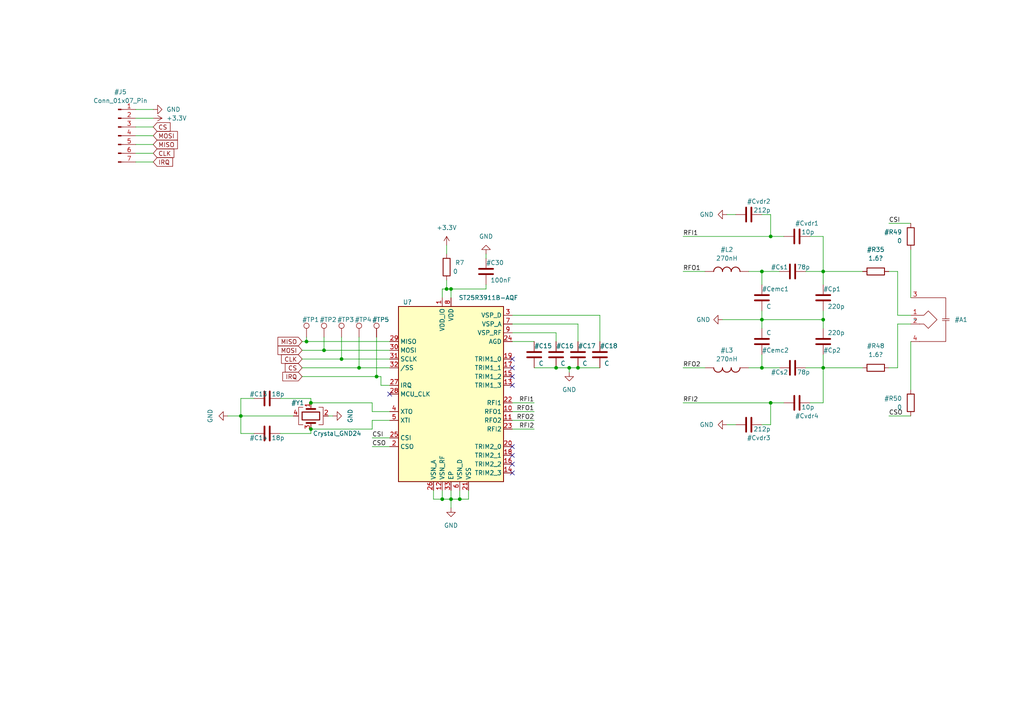
<source format=kicad_sch>
(kicad_sch (version 20230121) (generator eeschema)
  (paper "A4")
  (lib_symbols
    (symbol "Connector:Conn_01x07_Pin" (pin_names (offset 1.016) hide)
      (property "Reference" "J" (at 0 10.16 0))
      (property "Value" "Conn_01x07_Pin" (at 0 -10.16 0))
      (symbol "Conn_01x07_Pin_1_1"
        (polyline (pts (xy 1.27 -7.62) (xy 0.8636 -7.62)) (stroke (width 0.1524)))
        (polyline (pts (xy 1.27 -5.08) (xy 0.8636 -5.08)) (stroke (width 0.1524)))
        (polyline (pts (xy 1.27 -2.54) (xy 0.8636 -2.54)) (stroke (width 0.1524)))
        (polyline (pts (xy 1.27 0) (xy 0.8636 0)) (stroke (width 0.1524)))
        (polyline (pts (xy 1.27 2.54) (xy 0.8636 2.54)) (stroke (width 0.1524)))
        (polyline (pts (xy 1.27 5.08) (xy 0.8636 5.08)) (stroke (width 0.1524)))
        (polyline (pts (xy 1.27 7.62) (xy 0.8636 7.62)) (stroke (width 0.1524)))
        (rectangle (start 0.8636 -7.493) (end 0 -7.747) (stroke (width 0.1524)) (fill (type outline)))
        (rectangle (start 0.8636 -4.953) (end 0 -5.207) (stroke (width 0.1524)) (fill (type outline)))
        (rectangle (start 0.8636 -2.413) (end 0 -2.667) (stroke (width 0.1524)) (fill (type outline)))
        (rectangle (start 0.8636 0.127) (end 0 -0.127) (stroke (width 0.1524)) (fill (type outline)))
        (rectangle (start 0.8636 2.667) (end 0 2.413) (stroke (width 0.1524)) (fill (type outline)))
        (rectangle (start 0.8636 5.207) (end 0 4.953) (stroke (width 0.1524)) (fill (type outline)))
        (rectangle (start 0.8636 7.747) (end 0 7.493) (stroke (width 0.1524)) (fill (type outline)))
        (pin passive line (at 5.08 7.62 180) (length 3.81) (name "Pin_1") (number "1"))
        (pin passive line (at 5.08 5.08 180) (length 3.81) (name "Pin_2") (number "2"))
        (pin passive line (at 5.08 2.54 180) (length 3.81) (name "Pin_3") (number "3"))
        (pin passive line (at 5.08 0 180) (length 3.81) (name "Pin_4") (number "4"))
        (pin passive line (at 5.08 -2.54 180) (length 3.81) (name "Pin_5") (number "5"))
        (pin passive line (at 5.08 -5.08 180) (length 3.81) (name "Pin_6") (number "6"))
        (pin passive line (at 5.08 -7.62 180) (length 3.81) (name "Pin_7") (number "7"))
      )
    )
    (symbol "Connector:TestPoint" (pin_numbers hide) (pin_names (offset 0.762) hide)
      (property "Reference" "TP" (at 0 6.858 0))
      (property "Value" "TestPoint" (at 0 5.08 0))
      (symbol "TestPoint_0_1"
        (circle (center 0 3.302) (radius 0.762))
      )
      (symbol "TestPoint_1_1"
        (pin passive line (at 0 0 90) (length 2.54) (name "1") (number "1"))
      )
    )
    (symbol "Device:C" (pin_numbers hide) (pin_names (offset 0.254))
      (property "Reference" "C" (at 0.635 2.54 0))
      (property "Value" "C" (at 0.635 -2.54 0))
      (symbol "C_0_1"
        (polyline (pts (xy -2.032 -0.762) (xy 2.032 -0.762)) (stroke (width 0.508)))
        (polyline (pts (xy -2.032 0.762) (xy 2.032 0.762)) (stroke (width 0.508)))
      )
      (symbol "C_1_1"
        (pin passive line (at 0 3.81 270) (length 2.794) (name "~") (number "1"))
        (pin passive line (at 0 -3.81 90) (length 2.794) (name "~") (number "2"))
      )
    )
    (symbol "Device:Crystal_GND24" (pin_names (offset 1.016) hide)
      (property "Reference" "Y" (at 3.175 5.08 0))
      (property "Value" "Crystal_GND24" (at 3.175 3.175 0))
      (symbol "Crystal_GND24_0_1"
        (rectangle (start -1.143 2.54) (end 1.143 -2.54) (stroke (width 0.3048)))
        (polyline (pts (xy -2.54 0) (xy -2.032 0)))
        (polyline (pts (xy -2.032 -1.27) (xy -2.032 1.27)) (stroke (width 0.508)))
        (polyline (pts (xy 0 -3.81) (xy 0 -3.556)))
        (polyline (pts (xy 0 3.556) (xy 0 3.81)))
        (polyline (pts (xy 2.032 -1.27) (xy 2.032 1.27)) (stroke (width 0.508)))
        (polyline (pts (xy 2.032 0) (xy 2.54 0)))
        (polyline (pts (xy -2.54 -2.286) (xy -2.54 -3.556) (xy 2.54 -3.556) (xy 2.54 -2.286)))
        (polyline (pts (xy -2.54 2.286) (xy -2.54 3.556) (xy 2.54 3.556) (xy 2.54 2.286)))
      )
      (symbol "Crystal_GND24_1_1"
        (pin passive line (at -3.81 0 0) (length 1.27) (name "1") (number "1"))
        (pin passive line (at 0 5.08 270) (length 1.27) (name "2") (number "2"))
        (pin passive line (at 3.81 0 180) (length 1.27) (name "3") (number "3"))
        (pin passive line (at 0 -5.08 90) (length 1.27) (name "4") (number "4"))
      )
    )
    (symbol "Device:R" (pin_numbers hide) (pin_names (offset 0))
      (property "Reference" "R" (at 2.032 0 90))
      (property "Value" "R" (at 0 0 90))
      (symbol "R_0_1"
        (rectangle (start -1.016 -2.54) (end 1.016 2.54) (stroke (width 0.254)))
      )
      (symbol "R_1_1"
        (pin passive line (at 0 3.81 270) (length 1.27) (name "~") (number "1"))
        (pin passive line (at 0 -3.81 90) (length 1.27) (name "~") (number "2"))
      )
    )
    (symbol "RF_NFC:ST25R3911B-AQF"
      (property "Reference" "U" (at -13.97 26.67 0))
      (property "Value" "ST25R3911B-AQF" (at 10.16 26.67 0))
      (symbol "ST25R3911B-AQF_0_1"
        (rectangle (start -15.24 25.4) (end 15.24 -25.4) (stroke (width 0.254)) (fill (type background)))
      )
      (symbol "ST25R3911B-AQF_1_1"
        (pin power_in line (at -2.54 27.94 270) (length 2.54) (name "VDD_IO") (number "1"))
        (pin output line (at 17.78 -5.08 180) (length 2.54) (name "RFO1") (number "10"))
        (pin output line (at 17.78 -7.62 180) (length 2.54) (name "RFO2") (number "11"))
        (pin power_in line (at -2.54 -27.94 90) (length 2.54) (name "VSN_RF") (number "12"))
        (pin passive line (at 17.78 2.54 180) (length 2.54) (name "TRIM1_3") (number "13"))
        (pin passive line (at 17.78 -22.86 180) (length 2.54) (name "TRIM2_3") (number "14"))
        (pin passive line (at 17.78 5.08 180) (length 2.54) (name "TRIM1_2") (number "15"))
        (pin passive line (at 17.78 -20.32 180) (length 2.54) (name "TRIM2_2") (number "16"))
        (pin passive line (at 17.78 7.62 180) (length 2.54) (name "TRIM1_1") (number "17"))
        (pin passive line (at 17.78 -17.78 180) (length 2.54) (name "TRIM2_1") (number "18"))
        (pin passive line (at 17.78 10.16 180) (length 2.54) (name "TRIM1_0") (number "19"))
        (pin output line (at -17.78 -15.24 0) (length 2.54) (name "CSO") (number "2"))
        (pin passive line (at 17.78 -15.24 180) (length 2.54) (name "TRIM2_0") (number "20"))
        (pin power_in line (at 5.08 -27.94 90) (length 2.54) (name "VSS") (number "21"))
        (pin passive line (at 17.78 -2.54 180) (length 2.54) (name "RFI1") (number "22"))
        (pin passive line (at 17.78 -10.16 180) (length 2.54) (name "RFI2") (number "23"))
        (pin passive line (at 17.78 15.24 180) (length 2.54) (name "AGD") (number "24"))
        (pin passive line (at -17.78 -12.7 0) (length 2.54) (name "CSI") (number "25"))
        (pin power_in line (at -5.08 -27.94 90) (length 2.54) (name "VSN_A") (number "26"))
        (pin output line (at -17.78 2.54 0) (length 2.54) (name "IRQ") (number "27"))
        (pin output line (at -17.78 0 0) (length 2.54) (name "MCU_CLK") (number "28"))
        (pin output line (at -17.78 15.24 0) (length 2.54) (name "MISO") (number "29"))
        (pin power_out line (at 17.78 22.86 180) (length 2.54) (name "VSP_D") (number "3"))
        (pin input line (at -17.78 12.7 0) (length 2.54) (name "MOSI") (number "30"))
        (pin input line (at -17.78 10.16 0) (length 2.54) (name "SCLK") (number "31"))
        (pin input line (at -17.78 7.62 0) (length 2.54) (name "/SS") (number "32"))
        (pin power_in line (at 0 -27.94 90) (length 2.54) (name "EP") (number "33"))
        (pin output line (at -17.78 -5.08 0) (length 2.54) (name "XTO") (number "4"))
        (pin passive line (at -17.78 -7.62 0) (length 2.54) (name "XTI") (number "5"))
        (pin power_in line (at 2.54 -27.94 90) (length 2.54) (name "VSN_D") (number "6"))
        (pin power_out line (at 17.78 20.32 180) (length 2.54) (name "VSP_A") (number "7"))
        (pin power_in line (at 0 27.94 270) (length 2.54) (name "VDD") (number "8"))
        (pin power_out line (at 17.78 17.78 180) (length 2.54) (name "VSP_RF") (number "9"))
      )
    )
    (symbol "_GRZ_Passive:INDUCTOR" (pin_numbers hide) (pin_names (offset 0.254) hide)
      (property "Reference" "L" (at 2.54 1.27 0))
      (property "Value" "INDUCTOR" (at 2.54 -2.54 0))
      (symbol "INDUCTOR_1_1"
        (arc (start 0 -5.08) (mid 1.2645 -3.81) (end 0 -2.54) (stroke (width 0.254)))
        (arc (start 0 -2.54) (mid 1.2645 -1.27) (end 0 0) (stroke (width 0.254)))
        (arc (start 0 0) (mid 1.2645 1.27) (end 0 2.54) (stroke (width 0.254)))
        (pin passive line (at 0 5.08 270) (length 2.54) (name "~") (number "1"))
        (pin passive line (at 0 -7.62 90) (length 2.54) (name "~") (number "2"))
      )
    )
    (symbol "mySymbols:NFC_antenna"
      (property "Reference" "A" (at 3.556 8.128 0))
      (symbol "NFC_antenna_0_1"
        (polyline (pts (xy 7.874 -0.254) (xy 9.906 -0.254)))
        (polyline (pts (xy 7.874 0.254) (xy 9.906 0.254)))
        (polyline (pts (xy 1.27 -6.35) (xy 8.89 -6.35) (xy 8.89 -0.254)))
        (polyline (pts (xy 8.89 0.254) (xy 8.89 6.35) (xy 1.27 6.35)))
        (polyline (pts (xy 1.27 1.27) (xy 2.54 1.27) (xy 3.81 2.54) (xy 6.35 0) (xy 3.81 -2.54) (xy 2.54 -1.27) (xy 1.27 -1.27)))
      )
      (symbol "NFC_antenna_1_1"
        (pin input line (at -1.27 1.27 0) (length 2.54) (name "") (number "1"))
        (pin input line (at -1.27 -1.27 0) (length 2.54) (name "") (number "2"))
        (pin input line (at -1.27 6.35 0) (length 2.54) (name "") (number "3"))
        (pin input line (at -1.27 -6.35 0) (length 2.54) (name "") (number "4"))
      )
    )
    (symbol "power:+3.3V" (power) (pin_names (offset 0))
      (property "Value" "+3.3V" (at 0 3.556 0))
      (symbol "+3.3V_0_1"
        (polyline (pts (xy -0.762 1.27) (xy 0 2.54)))
        (polyline (pts (xy 0 0) (xy 0 2.54)))
        (polyline (pts (xy 0 2.54) (xy 0.762 1.27)))
      )
      (symbol "+3.3V_1_1"
        (pin power_in line (at 0 0 90) (length 0) hide (name "+3.3V") (number "1"))
      )
    )
    (symbol "power:GND" (power) (pin_names (offset 0))
      (property "Value" "GND" (at 0 -3.81 0))
      (symbol "GND_0_1"
        (polyline (pts (xy 0 0) (xy 0 -1.27) (xy 1.27 -1.27) (xy 0 -2.54) (xy -1.27 -1.27) (xy 0 -1.27)))
      )
      (symbol "GND_1_1"
        (pin power_in line (at 0 0 270) (length 0) hide (name "GND") (number "1"))
      )
    )
  )
  (junction (at 223.52 116.84))
  (junction (at 220.98 78.74))
  (junction (at 133.35 144.78))
  (junction (at 238.76 106.68))
  (junction (at 109.22 109.22))
  (junction (at 165.1 106.68))
  (junction (at 130.81 83.82))
  (junction (at 99.06 104.14))
  (junction (at 88.9 99.06))
  (junction (at 167.64 106.68))
  (junction (at 69.85 120.65))
  (junction (at 129.54 83.82))
  (junction (at 161.29 106.68))
  (junction (at 104.14 106.68))
  (junction (at 90.17 124.46))
  (junction (at 130.81 144.78))
  (junction (at 220.98 106.68))
  (junction (at 93.98 101.6))
  (junction (at 223.52 68.58))
  (junction (at 128.27 144.78))
  (junction (at 238.76 78.74))
  (junction (at 220.98 92.71))
  (junction (at 238.76 92.71))
  (junction (at 90.17 116.84))
  (no_connect (at 148.59 134.62))
  (no_connect (at 148.59 104.14))
  (no_connect (at 113.03 114.3))
  (no_connect (at 148.59 106.68))
  (no_connect (at 148.59 129.54))
  (no_connect (at 148.59 137.16))
  (no_connect (at 148.59 132.08))
  (no_connect (at 148.59 109.22))
  (no_connect (at 148.59 111.76))
  (wire (pts (xy 260.35 78.74) (xy 260.35 91.44)))
  (wire (pts (xy 257.81 64.77) (xy 264.16 64.77)))
  (wire (pts (xy 257.81 120.65) (xy 264.16 120.65)))
  (wire (pts (xy 39.37 39.37) (xy 44.45 39.37)))
  (wire (pts (xy 107.95 116.84) (xy 107.95 119.38)))
  (wire (pts (xy 220.98 62.23) (xy 223.52 62.23)))
  (wire (pts (xy 173.99 91.44) (xy 173.99 99.06)))
  (wire (pts (xy 129.54 81.28) (xy 129.54 83.82)))
  (wire (pts (xy 87.63 109.22) (xy 109.22 109.22)))
  (wire (pts (xy 90.17 124.46) (xy 107.95 124.46)))
  (wire (pts (xy 220.98 82.55) (xy 220.98 78.74)))
  (wire (pts (xy 39.37 34.29) (xy 44.45 34.29)))
  (wire (pts (xy 260.35 93.98) (xy 264.16 93.98)))
  (wire (pts (xy 233.68 78.74) (xy 238.76 78.74)))
  (wire (pts (xy 165.1 106.68) (xy 167.64 106.68)))
  (wire (pts (xy 148.59 124.46) (xy 154.94 124.46)))
  (wire (pts (xy 198.12 68.58) (xy 223.52 68.58)))
  (wire (pts (xy 110.49 111.76) (xy 113.03 111.76)))
  (wire (pts (xy 90.17 115.57) (xy 90.17 116.84)))
  (wire (pts (xy 210.82 62.23) (xy 213.36 62.23)))
  (wire (pts (xy 148.59 119.38) (xy 154.94 119.38)))
  (wire (pts (xy 130.81 147.32) (xy 130.81 144.78)))
  (wire (pts (xy 130.81 83.82) (xy 140.97 83.82)))
  (wire (pts (xy 238.76 90.17) (xy 238.76 92.71)))
  (wire (pts (xy 130.81 144.78) (xy 133.35 144.78)))
  (wire (pts (xy 125.73 142.24) (xy 125.73 144.78)))
  (wire (pts (xy 133.35 144.78) (xy 135.89 144.78)))
  (wire (pts (xy 198.12 78.74) (xy 204.47 78.74)))
  (wire (pts (xy 167.64 93.98) (xy 167.64 99.06)))
  (wire (pts (xy 148.59 99.06) (xy 154.94 99.06)))
  (wire (pts (xy 161.29 96.52) (xy 161.29 99.06)))
  (wire (pts (xy 220.98 95.25) (xy 220.98 92.71)))
  (wire (pts (xy 220.98 106.68) (xy 226.06 106.68)))
  (wire (pts (xy 223.52 68.58) (xy 227.33 68.58)))
  (wire (pts (xy 69.85 115.57) (xy 69.85 120.65)))
  (wire (pts (xy 69.85 115.57) (xy 73.66 115.57)))
  (wire (pts (xy 128.27 142.24) (xy 128.27 144.78)))
  (wire (pts (xy 140.97 82.55) (xy 140.97 83.82)))
  (wire (pts (xy 104.14 97.79) (xy 104.14 106.68)))
  (wire (pts (xy 69.85 120.65) (xy 69.85 125.73)))
  (wire (pts (xy 99.06 104.14) (xy 113.03 104.14)))
  (wire (pts (xy 148.59 116.84) (xy 154.94 116.84)))
  (wire (pts (xy 130.81 86.36) (xy 130.81 83.82)))
  (wire (pts (xy 87.63 99.06) (xy 88.9 99.06)))
  (wire (pts (xy 223.52 116.84) (xy 227.33 116.84)))
  (wire (pts (xy 130.81 83.82) (xy 129.54 83.82)))
  (wire (pts (xy 93.98 101.6) (xy 113.03 101.6)))
  (wire (pts (xy 238.76 95.25) (xy 238.76 92.71)))
  (wire (pts (xy 107.95 119.38) (xy 113.03 119.38)))
  (wire (pts (xy 87.63 101.6) (xy 93.98 101.6)))
  (wire (pts (xy 88.9 99.06) (xy 113.03 99.06)))
  (wire (pts (xy 81.28 125.73) (xy 90.17 125.73)))
  (wire (pts (xy 128.27 83.82) (xy 128.27 86.36)))
  (wire (pts (xy 87.63 104.14) (xy 99.06 104.14)))
  (wire (pts (xy 161.29 106.68) (xy 165.1 106.68)))
  (wire (pts (xy 198.12 116.84) (xy 223.52 116.84)))
  (wire (pts (xy 87.63 106.68) (xy 104.14 106.68)))
  (wire (pts (xy 95.25 120.65) (xy 96.52 120.65)))
  (wire (pts (xy 66.04 120.65) (xy 69.85 120.65)))
  (wire (pts (xy 129.54 83.82) (xy 128.27 83.82)))
  (wire (pts (xy 233.68 106.68) (xy 238.76 106.68)))
  (wire (pts (xy 99.06 97.79) (xy 99.06 104.14)))
  (wire (pts (xy 234.95 116.84) (xy 238.76 116.84)))
  (wire (pts (xy 165.1 107.95) (xy 165.1 106.68)))
  (wire (pts (xy 209.55 92.71) (xy 220.98 92.71)))
  (wire (pts (xy 238.76 78.74) (xy 250.19 78.74)))
  (wire (pts (xy 257.81 106.68) (xy 260.35 106.68)))
  (wire (pts (xy 167.64 106.68) (xy 173.99 106.68)))
  (wire (pts (xy 93.98 97.79) (xy 93.98 101.6)))
  (wire (pts (xy 69.85 125.73) (xy 73.66 125.73)))
  (wire (pts (xy 81.28 115.57) (xy 90.17 115.57)))
  (wire (pts (xy 88.9 97.79) (xy 88.9 99.06)))
  (wire (pts (xy 238.76 106.68) (xy 250.19 106.68)))
  (wire (pts (xy 260.35 106.68) (xy 260.35 93.98)))
  (wire (pts (xy 264.16 99.06) (xy 264.16 113.03)))
  (wire (pts (xy 220.98 78.74) (xy 226.06 78.74)))
  (wire (pts (xy 90.17 116.84) (xy 107.95 116.84)))
  (wire (pts (xy 39.37 36.83) (xy 44.45 36.83)))
  (wire (pts (xy 264.16 72.39) (xy 264.16 86.36)))
  (wire (pts (xy 69.85 120.65) (xy 85.09 120.65)))
  (wire (pts (xy 125.73 144.78) (xy 128.27 144.78)))
  (wire (pts (xy 148.59 121.92) (xy 154.94 121.92)))
  (wire (pts (xy 39.37 44.45) (xy 44.45 44.45)))
  (wire (pts (xy 210.82 123.19) (xy 213.36 123.19)))
  (wire (pts (xy 217.17 78.74) (xy 220.98 78.74)))
  (wire (pts (xy 198.12 106.68) (xy 204.47 106.68)))
  (wire (pts (xy 223.52 62.23) (xy 223.52 68.58)))
  (wire (pts (xy 107.95 121.92) (xy 113.03 121.92)))
  (wire (pts (xy 140.97 73.66) (xy 140.97 74.93)))
  (wire (pts (xy 260.35 91.44) (xy 264.16 91.44)))
  (wire (pts (xy 107.95 127) (xy 113.03 127)))
  (wire (pts (xy 130.81 142.24) (xy 130.81 144.78)))
  (wire (pts (xy 109.22 97.79) (xy 109.22 109.22)))
  (wire (pts (xy 154.94 106.68) (xy 161.29 106.68)))
  (wire (pts (xy 220.98 92.71) (xy 238.76 92.71)))
  (wire (pts (xy 107.95 129.54) (xy 113.03 129.54)))
  (wire (pts (xy 220.98 123.19) (xy 223.52 123.19)))
  (wire (pts (xy 129.54 71.12) (xy 129.54 73.66)))
  (wire (pts (xy 148.59 96.52) (xy 161.29 96.52)))
  (wire (pts (xy 217.17 106.68) (xy 220.98 106.68)))
  (wire (pts (xy 220.98 90.17) (xy 220.98 92.71)))
  (wire (pts (xy 148.59 91.44) (xy 173.99 91.44)))
  (wire (pts (xy 238.76 78.74) (xy 238.76 82.55)))
  (wire (pts (xy 238.76 116.84) (xy 238.76 106.68)))
  (wire (pts (xy 90.17 125.73) (xy 90.17 124.46)))
  (wire (pts (xy 110.49 109.22) (xy 110.49 111.76)))
  (wire (pts (xy 238.76 106.68) (xy 238.76 102.87)))
  (wire (pts (xy 220.98 102.87) (xy 220.98 106.68)))
  (wire (pts (xy 135.89 142.24) (xy 135.89 144.78)))
  (wire (pts (xy 107.95 124.46) (xy 107.95 121.92)))
  (wire (pts (xy 234.95 68.58) (xy 238.76 68.58)))
  (wire (pts (xy 128.27 144.78) (xy 130.81 144.78)))
  (wire (pts (xy 223.52 123.19) (xy 223.52 116.84)))
  (wire (pts (xy 148.59 93.98) (xy 167.64 93.98)))
  (wire (pts (xy 133.35 142.24) (xy 133.35 144.78)))
  (wire (pts (xy 39.37 41.91) (xy 44.45 41.91)))
  (wire (pts (xy 238.76 68.58) (xy 238.76 78.74)))
  (wire (pts (xy 257.81 78.74) (xy 260.35 78.74)))
  (wire (pts (xy 39.37 46.99) (xy 44.45 46.99)))
  (wire (pts (xy 104.14 106.68) (xy 113.03 106.68)))
  (wire (pts (xy 109.22 109.22) (xy 110.49 109.22)))
  (wire (pts (xy 39.37 31.75) (xy 44.45 31.75)))
  (label "CSI" (at 257.81 64.77 0))
  (label "CSI" (at 107.95 127 0))
  (label "RFO1" (at 154.94 119.38 180))
  (label "RFI1" (at 198.12 68.58 0))
  (label "RFO2" (at 154.94 121.92 180))
  (label "CSO" (at 257.81 120.65 0))
  (label "RFO1" (at 198.12 78.74 0))
  (label "RFI2" (at 154.94 124.46 180))
  (label "RFI1" (at 154.94 116.84 180))
  (label "RFO2" (at 198.12 106.68 0))
  (label "CSO" (at 107.95 129.54 0))
  (label "RFI2" (at 198.12 116.84 0))
  (global_label "MISO" (shape input) (at 87.63 99.06 180) (property "Intersheetrefs" "${INTERSHEET_REFS}" (effects hide)))
  (global_label "CLK" (shape input) (at 44.45 44.45 0) (property "Intersheetrefs" "${INTERSHEET_REFS}" (effects hide)))
  (global_label "CS" (shape input) (at 44.45 36.83 0) (property "Intersheetrefs" "${INTERSHEET_REFS}" (effects hide)))
  (global_label "IRQ" (shape input) (at 44.45 46.99 0) (property "Intersheetrefs" "${INTERSHEET_REFS}" (effects hide)))
  (global_label "MISO" (shape input) (at 44.45 41.91 0) (property "Intersheetrefs" "${INTERSHEET_REFS}" (effects hide)))
  (global_label "MOSI" (shape input) (at 44.45 39.37 0) (property "Intersheetrefs" "${INTERSHEET_REFS}" (effects hide)))
  (global_label "CLK" (shape input) (at 87.63 104.14 180) (property "Intersheetrefs" "${INTERSHEET_REFS}" (effects hide)))
  (global_label "CS" (shape input) (at 87.63 106.68 180) (property "Intersheetrefs" "${INTERSHEET_REFS}" (effects hide)))
  (global_label "MOSI" (shape input) (at 87.63 101.6 180) (property "Intersheetrefs" "${INTERSHEET_REFS}" (effects hide)))
  (global_label "IRQ" (shape input) (at 87.63 109.22 180) (property "Intersheetrefs" "${INTERSHEET_REFS}" (effects hide)))
  (symbol (lib_id "Device:C") (at 154.94 102.87 180) (unit 1)
    (property "Reference" "#C15" (at 154.94 100.33 0) (effects (justify right)))
    (property "Value" "C" (at 156.21 105.41 0) (effects (justify right)))
    (property "Footprint" "Capacitor_SMD:C_0603_1608Metric" (effects hide))
  )
  (symbol (lib_id "_GRZ_Passive:INDUCTOR") (at 209.55 78.74 90) (unit 1)
    (property "Reference" "#L2" (at 210.82 72.39 90))
    (property "Value" "270nH" (at 210.82 74.93 90))
    (property "Footprint" "Inductor_SMD:L_1210_3225Metric" (effects hide))
  )
  (symbol (lib_id "power:GND") (at 210.82 123.19 270) (mirror x) (unit 1)
    (property "Reference" "#PWR0103" (effects hide))
    (property "Value" "GND" (at 207.01 123.19 90) (effects (justify right)))
  )
  (symbol (lib_id "power:GND") (at 165.1 107.95 0) (unit 1)
    (property "Reference" "#PWR062" (effects hide))
    (property "Value" "GND" (at 165.1 113.03 0))
  )
  (symbol (lib_id "Device:R") (at 264.16 68.58 180) (unit 1)
    (property "Reference" "#R49" (at 261.62 67.31 0) (effects (justify left)))
    (property "Value" "0" (at 261.62 69.85 0) (effects (justify left)))
    (property "Footprint" "_Resistors_GRZ:R_0603" (effects hide))
  )
  (symbol (lib_id "Device:C") (at 231.14 68.58 270) (unit 1)
    (property "Reference" "#Cvdr1" (at 237.49 64.77 90) (effects (justify right)))
    (property "Value" "10p" (at 236.22 67.31 90) (effects (justify right)))
    (property "Footprint" "Capacitor_SMD:C_0603_1608Metric" (effects hide))
  )
  (symbol (lib_id "power:GND") (at 44.45 31.75 90) (unit 1)
    (property "Reference" "#PWR0104" (effects hide))
    (property "Value" "GND" (at 48.26 31.75 90) (effects (justify right)))
  )
  (symbol (lib_id "RF_NFC:ST25R3911B-AQF") (at 130.81 114.3 0) (unit 1)
    (property "Reference" "U?" (at 116.84 87.63 0) (effects (justify left)))
    (property "Value" "ST25R3911B-AQF" (at 133.0041 86.36 0) (effects (justify left)))
    (property "Footprint" "Package_DFN_QFN:QFN-32-1EP_5x5mm_P0.5mm_EP3.6x3.6mm_ThermalVias" (effects hide))
    (property "Datasheet" "https://www.st.com/resource/en/datasheet/st25r3911b.pdf" (effects hide))
    (property "RS" "https://fr.rs-online.com/web/p/ci-rf/1962005" (effects hide))
    (instances (project "battery_tester" (path "" (reference "U?") (unit 1)) (path "" (reference "#U5") (unit 1))))
  )
  (symbol (lib_id "Connector:TestPoint") (at 88.9 97.79 0) (unit 1)
    (property "Reference" "#TP1" (at 87.63 92.71 0) (effects (justify left)))
    (property "Value" "TestPoint" (effects hide))
    (property "Footprint" "TestPoint:TestPoint_Pad_D2.0mm" (effects hide))
  )
  (symbol (lib_id "Device:C") (at 161.29 102.87 180) (unit 1)
    (property "Reference" "#C16" (at 161.29 100.33 0) (effects (justify right)))
    (property "Value" "C" (at 162.56 105.41 0) (effects (justify right)))
    (property "Footprint" "Capacitor_SMD:C_0603_1608Metric" (effects hide))
  )
  (symbol (lib_id "Device:C") (at 217.17 123.19 270) (mirror x) (unit 1)
    (property "Reference" "#Cvdr3" (at 223.52 127 90) (effects (justify right)))
    (property "Value" "212p" (at 223.52 124.46 90) (effects (justify right)))
    (property "Footprint" "Capacitor_SMD:C_0603_1608Metric" (effects hide))
  )
  (symbol (lib_id "Device:C") (at 77.47 125.73 90) (unit 1)
    (property "Reference" "#C14" (at 72.39 127 90) (effects (justify right)))
    (property "Value" "18p" (at 78.74 127 90) (effects (justify right)))
    (property "Footprint" "Capacitor_SMD:C_0603_1608Metric" (effects hide))
  )
  (symbol (lib_id "power:GND") (at 96.52 120.65 90) (unit 1)
    (property "Reference" "#PWR059" (effects hide))
    (property "Value" "GND" (at 101.6 120.65 0))
  )
  (symbol (lib_id "Device:C") (at 229.87 78.74 270) (unit 1)
    (property "Reference" "#Cs1" (at 228.6 77.47 90) (effects (justify right)))
    (property "Value" "78p" (at 234.95 77.47 90) (effects (justify right)))
    (property "Footprint" "Capacitor_SMD:C_0603_1608Metric" (effects hide))
  )
  (symbol (lib_id "Device:C") (at 238.76 99.06 0) (mirror y) (unit 1)
    (property "Reference" "#Cp2" (at 238.76 101.6 0) (effects (justify right)))
    (property "Value" "220p" (at 240.03 96.52 0) (effects (justify right)))
    (property "Footprint" "Capacitor_SMD:C_0603_1608Metric" (effects hide))
  )
  (symbol (lib_id "Connector:TestPoint") (at 104.14 97.79 0) (unit 1)
    (property "Reference" "#TP4" (at 102.87 92.71 0) (effects (justify left)))
    (property "Value" "TestPoint" (effects hide))
    (property "Footprint" "TestPoint:TestPoint_Pad_D2.0mm" (effects hide))
  )
  (symbol (lib_id "Device:R") (at 254 78.74 90) (unit 1)
    (property "Reference" "#R35" (at 254 72.39 90))
    (property "Value" "1.6?" (at 254 74.93 90))
    (property "Footprint" "_Resistors_GRZ:R_0603" (effects hide))
  )
  (symbol (lib_id "power:GND") (at 209.55 92.71 270) (unit 1)
    (property "Reference" "#PWR0101" (effects hide))
    (property "Value" "GND" (at 201.93 92.71 90) (effects (justify left)))
  )
  (symbol (lib_id "_GRZ_Passive:INDUCTOR") (at 209.55 106.68 90) (mirror x) (unit 1)
    (property "Reference" "#L3" (at 210.82 101.6 90))
    (property "Value" "270nH" (at 210.82 104.14 90))
    (property "Footprint" "Inductor_SMD:L_1210_3225Metric" (effects hide))
  )
  (symbol (lib_id "Device:R") (at 129.54 77.47 0) (unit 1)
    (property "Reference" "R7" (at 133.35 76.2 0))
    (property "Value" "0" (at 132.08 78.74 0))
    (property "Footprint" "Resistor_SMD:R_0603_1608Metric" (effects hide))
    (instances (project "battery_tester" (path "" (reference "R7") (unit 1)) (path "" (reference "#R47") (unit 1))))
  )
  (symbol (lib_id "Device:C") (at 140.97 78.74 180) (unit 1)
    (property "Reference" "#C30" (at 140.97 76.2 0) (effects (justify right)))
    (property "Value" "100nF" (at 142.24 81.28 0) (effects (justify right)))
    (property "Footprint" "Capacitor_SMD:C_0603_1608Metric" (effects hide))
  )
  (symbol (lib_id "mySymbols:NFC_antenna") (at 265.43 92.71 0) (unit 1)
    (property "Reference" "#A1" (at 276.86 92.71 0) (effects (justify left)))
    (property "Value" "~" (at 265.43 92.71 0))
    (property "Footprint" "myFootprints:NFC_antenna" (effects hide))
  )
  (symbol (lib_id "Device:C") (at 217.17 62.23 270) (unit 1)
    (property "Reference" "#Cvdr2" (at 223.52 58.42 90) (effects (justify right)))
    (property "Value" "212p" (at 223.52 60.96 90) (effects (justify right)))
    (property "Footprint" "Capacitor_SMD:C_0603_1608Metric" (effects hide))
  )
  (symbol (lib_id "power:GND") (at 130.81 147.32 0) (unit 1)
    (property "Reference" "#PWR061" (effects hide))
    (property "Value" "GND" (at 130.81 152.4 0))
  )
  (symbol (lib_id "Device:C") (at 220.98 86.36 180) (unit 1)
    (property "Reference" "#Cemc1" (at 220.98 83.82 0) (effects (justify right)))
    (property "Value" "C" (at 222.25 88.9 0) (effects (justify right)))
    (property "Footprint" "Capacitor_SMD:C_0603_1608Metric" (effects hide))
  )
  (symbol (lib_id "Device:C") (at 77.47 115.57 90) (unit 1)
    (property "Reference" "#C13" (at 72.39 114.3 90) (effects (justify right)))
    (property "Value" "18p" (at 78.74 114.3 90) (effects (justify right)))
    (property "Footprint" "Capacitor_SMD:C_0603_1608Metric" (effects hide))
  )
  (symbol (lib_id "Connector:TestPoint") (at 99.06 97.79 0) (unit 1)
    (property "Reference" "#TP3" (at 97.79 92.71 0) (effects (justify left)))
    (property "Value" "TestPoint" (effects hide))
    (property "Footprint" "TestPoint:TestPoint_Pad_D2.0mm" (effects hide))
  )
  (symbol (lib_id "power:+3.3V") (at 44.45 34.29 270) (unit 1)
    (property "Reference" "#PWR0105" (effects hide))
    (property "Value" "+3.3V" (at 48.26 34.29 90) (effects (justify left)))
  )
  (symbol (lib_id "Device:R") (at 264.16 116.84 180) (unit 1)
    (property "Reference" "#R50" (at 261.62 115.57 0) (effects (justify left)))
    (property "Value" "0" (at 261.62 118.11 0) (effects (justify left)))
    (property "Footprint" "_Resistors_GRZ:R_0603" (effects hide))
  )
  (symbol (lib_id "Device:C") (at 238.76 86.36 180) (unit 1)
    (property "Reference" "#Cp1" (at 238.76 83.82 0) (effects (justify right)))
    (property "Value" "220p" (at 240.03 88.9 0) (effects (justify right)))
    (property "Footprint" "Capacitor_SMD:C_0603_1608Metric" (effects hide))
  )
  (symbol (lib_id "Connector:Conn_01x07_Pin") (at 34.29 39.37 0) (unit 1)
    (property "Reference" "#J5" (at 34.925 26.67 0))
    (property "Value" "Conn_01x07_Pin" (at 34.925 29.21 0))
    (property "Footprint" "_Connectors_GRZ:PicoBlade_53261-0771" (effects hide))
  )
  (symbol (lib_id "Device:C") (at 231.14 116.84 270) (mirror x) (unit 1)
    (property "Reference" "#Cvdr4" (at 237.49 120.65 90) (effects (justify right)))
    (property "Value" "10p" (at 236.22 118.11 90) (effects (justify right)))
    (property "Footprint" "Capacitor_SMD:C_0603_1608Metric" (effects hide))
  )
  (symbol (lib_id "Device:Crystal_GND24") (at 90.17 120.65 270) (unit 1)
    (property "Reference" "#Y1" (at 86.36 116.84 90))
    (property "Value" "Crystal_GND24" (at 97.79 125.73 90))
    (property "Footprint" "Crystal:Crystal_SMD_Abracon_ABM8G-4Pin_3.2x2.5mm" (effects hide))
    (property "RS" "https://fr.rs-online.com/web/p/quartz-electroniques/2327250" (effects hide))
  )
  (symbol (lib_id "power:GND") (at 140.97 73.66 180) (unit 1)
    (property "Reference" "#PWR099" (effects hide))
    (property "Value" "GND" (at 140.97 68.58 0))
  )
  (symbol (lib_id "Device:C") (at 167.64 102.87 180) (unit 1)
    (property "Reference" "#C17" (at 167.64 100.33 0) (effects (justify right)))
    (property "Value" "C" (at 168.91 105.41 0) (effects (justify right)))
    (property "Footprint" "Capacitor_SMD:C_0603_1608Metric" (effects hide))
  )
  (symbol (lib_id "Device:C") (at 173.99 102.87 180) (unit 1)
    (property "Reference" "#C18" (at 173.99 100.33 0) (effects (justify right)))
    (property "Value" "C" (at 175.26 105.41 0) (effects (justify right)))
    (property "Footprint" "Capacitor_SMD:C_0603_1608Metric" (effects hide))
  )
  (symbol (lib_id "Device:C") (at 229.87 106.68 270) (mirror x) (unit 1)
    (property "Reference" "#Cs2" (at 228.6 107.95 90) (effects (justify right)))
    (property "Value" "78p" (at 234.95 107.95 90) (effects (justify right)))
    (property "Footprint" "Capacitor_SMD:C_0603_1608Metric" (effects hide))
  )
  (symbol (lib_id "Device:R") (at 254 106.68 90) (mirror x) (unit 1)
    (property "Reference" "#R48" (at 254 100.33 90))
    (property "Value" "1.6?" (at 254 102.87 90))
    (property "Footprint" "_Resistors_GRZ:R_0603" (effects hide))
  )
  (symbol (lib_id "power:+3.3V") (at 129.54 71.12 0) (unit 1)
    (property "Reference" "#PWR060" (effects hide))
    (property "Value" "+3.3V" (at 129.54 66.04 0))
  )
  (symbol (lib_id "power:GND") (at 210.82 62.23 270) (unit 1)
    (property "Reference" "#PWR0100" (effects hide))
    (property "Value" "GND" (at 207.01 62.23 90) (effects (justify right)))
  )
  (symbol (lib_id "Connector:TestPoint") (at 93.98 97.79 0) (unit 1)
    (property "Reference" "#TP2" (at 92.71 92.71 0) (effects (justify left)))
    (property "Value" "TestPoint" (effects hide))
    (property "Footprint" "TestPoint:TestPoint_Pad_D2.0mm" (effects hide))
  )
  (symbol (lib_id "Device:C") (at 220.98 99.06 0) (mirror y) (unit 1)
    (property "Reference" "#Cemc2" (at 220.98 101.6 0) (effects (justify right)))
    (property "Value" "C" (at 222.25 96.52 0) (effects (justify right)))
    (property "Footprint" "Capacitor_SMD:C_0603_1608Metric" (effects hide))
  )
  (symbol (lib_id "power:GND") (at 66.04 120.65 270) (unit 1)
    (property "Reference" "#PWR058" (effects hide))
    (property "Value" "GND" (at 60.96 120.65 0))
  )
  (symbol (lib_id "Connector:TestPoint") (at 109.22 97.79 0) (unit 1)
    (property "Reference" "#TP5" (at 107.95 92.71 0) (effects (justify left)))
    (property "Value" "TestPoint" (effects hide))
    (property "Footprint" "TestPoint:TestPoint_Pad_D2.0mm" (effects hide))
  )
)
</source>
